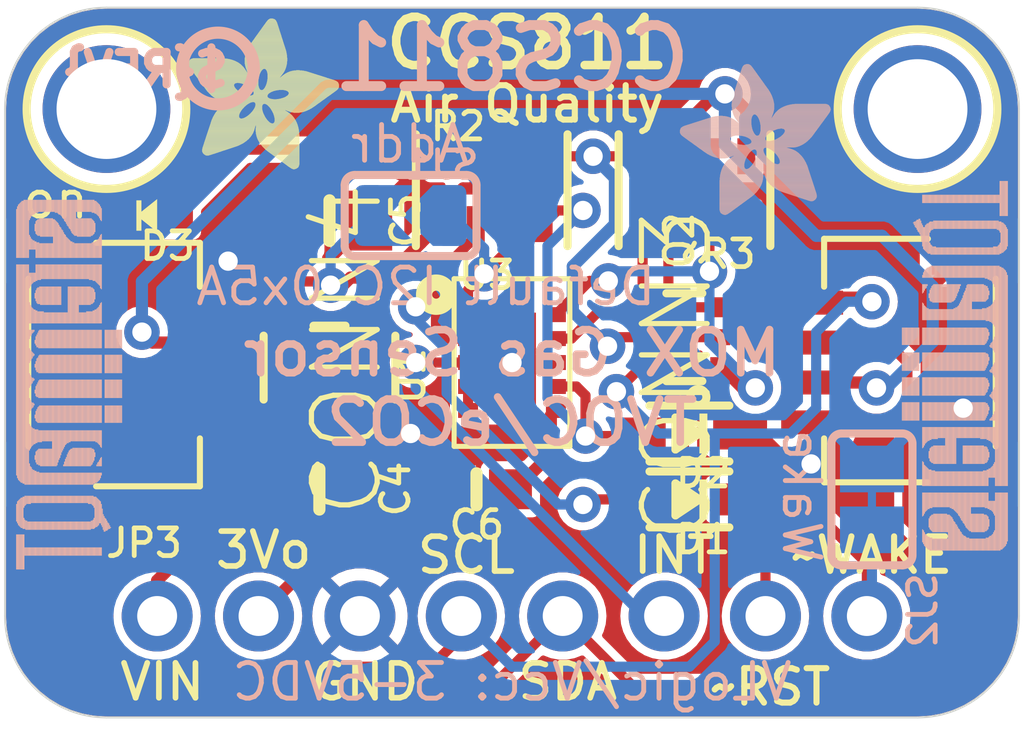
<source format=kicad_pcb>
(kicad_pcb (version 20221018) (generator pcbnew)
  (layers (0 "F.Cu" signal) (31 "B.Cu" signal) (34 "B.Paste" user) (35 "F.Paste" user) (36 "B.SilkS" user "B.Silkscreen") (37 "F.SilkS" user "F.Silkscreen") (38 "B.Mask" user) (39 "F.Mask" user) (44 "Edge.Cuts" user))
  (net 0 "")
  (net 1 "GND")
  (net 2 "SDA")
  (net 3 "SCL")
  (net 4 "3.3V")
  (net 5 "SCL_3V")
  (net 6 "SDA_3V")
  (net 7 "~{INT}")
  (net 8 "~{RST_3V}")
  (net 9 "~{WAKE_3V}")
  (net 10 "~{RESET}")
  (net 11 "~{WAKE}")
  (net 12 "ADDR")
  (net 13 "VCC")
  (net 14 "N$3")
  (net 15 "SENSE")
  (net 16 "AUX")
  (footprint "working:JST_SH4" (layer "F.Cu") (at 138.4681 105.0036 -90)
    (fp_text reference "CONN4" (at -4.6 -5.9 90) (layer "F.SilkS") (effects (font (size 1.647139 1.647139) (thickness 0.130861)) (justify right)))
    (fp_text value "STEMMA_I2C_QT" hide)
    (pad "1" smd rect (at -1.5 -2.514) (size 1.55 0.6) (layers "F.Cu" "F.Paste" "F.Mask") (net 1 "GND"))
    (pad "2" smd rect (at -0.5 -2.514) (size 1.55 0.6) (layers "F.Cu" "F.Paste" "F.Mask") (net 13 "VCC"))
    (pad "3" smd rect (at 0.5 -2.514) (size 1.55 0.6) (layers "F.Cu" "F.Paste" "F.Mask") (net 2 "SDA"))
    (pad "4" smd rect (at 1.5 -2.514) (size 1.55 0.6) (layers "F.Cu" "F.Paste" "F.Mask") (net 3 "SCL"))
    (pad "MT1" smd rect (at -2.8 1.386) (size 1.8 1.2) (layers "F.Cu" "F.Paste" "F.Mask") (net 1 "GND"))
    (pad "MT2" smd rect (at 2.8 1.386) (size 1.8 1.2) (layers "F.Cu" "F.Paste" "F.Mask") (net 1 "GND"))
  )
  (footprint "working:RESPACK_4X0603" (layer "F.Cu") (at 147.9931 100.6856)
    (fp_text reference "R2" (at -1.6 -1.6) (layer "F.SilkS") (effects (font (size 0.692831 0.692831) (thickness 0.119969)) (justify left)))
    (fp_text value "10K")
    (pad "1" smd rect (at -1.3 0.85) (size 0.45 0.9) (layers "F.Cu" "F.Paste" "F.Mask") (net 4 "3.3V"))
    (pad "2" smd rect (at -0.4 0.85) (size 0.45 0.9) (layers "F.Cu" "F.Paste" "F.Mask") (net 8 "~{RST_3V}"))
    (pad "3" smd rect (at 0.4 0.85) (size 0.45 0.9) (layers "F.Cu" "F.Paste" "F.Mask") (net 12 "ADDR"))
    (pad "4" smd rect (at 1.3 0.85) (size 0.45 0.9) (layers "F.Cu" "F.Paste" "F.Mask") (net 9 "~{WAKE_3V}"))
    (pad "5" smd rect (at 1.3 -0.85) (size 0.45 0.9) (layers "F.Cu" "F.Paste" "F.Mask") (net 4 "3.3V"))
    (pad "6" smd rect (at 0.4 -0.85) (size 0.45 0.9) (layers "F.Cu" "F.Paste" "F.Mask") (net 1 "GND"))
    (pad "7" smd rect (at -0.4 -0.85) (size 0.45 0.9) (layers "F.Cu" "F.Paste" "F.Mask") (net 4 "3.3V"))
    (pad "8" smd rect (at -1.3 -0.85) (size 0.45 0.9) (layers "F.Cu" "F.Paste" "F.Mask") (net 14 "N$3"))
  )
  (footprint "working:SOT363" (layer "F.Cu") (at 152.8191 104.3686 90)
    (fp_text reference "Q2" (at 1.651 -0.127 90) (layer "F.SilkS") (effects (font (size 0.692831 0.692831) (thickness 0.119969)) (justify left)))
    (fp_text value "BSS138")
    (pad "1" smd rect (at -0.75 0.9 90) (size 0.5 0.5) (layers "F.Cu" "F.Paste" "F.Mask") (net 5 "SCL_3V"))
    (pad "2" smd rect (at 0 0.9 90) (size 0.4 0.5) (layers "F.Cu" "F.Paste" "F.Mask") (net 4 "3.3V"))
    (pad "3" smd rect (at 0.75 0.9 90) (size 0.5 0.5) (layers "F.Cu" "F.Paste" "F.Mask") (net 2 "SDA"))
    (pad "4" smd rect (at 0.75 -0.9 90) (size 0.5 0.5) (layers "F.Cu" "F.Paste" "F.Mask") (net 6 "SDA_3V"))
    (pad "5" smd rect (at 0 -0.9 90) (size 0.4 0.5) (layers "F.Cu" "F.Paste" "F.Mask") (net 4 "3.3V"))
    (pad "6" smd rect (at -0.75 -0.9 90) (size 0.5 0.5) (layers "F.Cu" "F.Paste" "F.Mask") (net 3 "SCL"))
  )
  (footprint "working:SOD-323" (layer "F.Cu") (at 152.9461 108.4326 180)
    (fp_text reference "D1" (at -1.1 -1) (layer "F.SilkS") (effects (font (size 0.692831 0.692831) (thickness 0.119969)) (justify right)))
    (fp_text value "1N4148")
    (pad "A" smd rect (at 1.27 0 180) (size 1.35 0.8) (layers "F.Cu" "F.Paste" "F.Mask") (net 8 "~{RST_3V}"))
    (pad "C" smd rect (at -1.27 0 180) (size 1.35 0.8) (layers "F.Cu" "F.Paste" "F.Mask") (net 10 "~{RESET}"))
  )
  (footprint "working:1X08_ROUND_70" (layer "F.Cu") (at 148.5011 111.3536)
    (fp_text reference "JP3" (at -10.2362 -1.8288) (layer "F.SilkS") (effects (font (size 0.692831 0.692831) (thickness 0.119969)) (justify left)))
    (fp_text value "")
    (pad "1" thru_hole circle (at -8.89 0 90) (size 1.778 1.778) (drill 1) (layers "*.Cu" "*.Mask") (net 13 "VCC"))
    (pad "2" thru_hole circle (at -6.35 0 90) (size 1.778 1.778) (drill 1) (layers "*.Cu" "*.Mask") (net 4 "3.3V"))
    (pad "3" thru_hole circle (at -3.81 0 90) (size 1.778 1.778) (drill 1) (layers "*.Cu" "*.Mask") (net 1 "GND"))
    (pad "4" thru_hole circle (at -1.27 0 90) (size 1.778 1.778) (drill 1) (layers "*.Cu" "*.Mask") (net 3 "SCL"))
    (pad "5" thru_hole circle (at 1.27 0 90) (size 1.778 1.778) (drill 1) (layers "*.Cu" "*.Mask") (net 2 "SDA"))
    (pad "6" thru_hole circle (at 3.81 0 90) (size 1.778 1.778) (drill 1) (layers "*.Cu" "*.Mask") (net 7 "~{INT}"))
    (pad "7" thru_hole circle (at 6.35 0 90) (size 1.778 1.778) (drill 1) (layers "*.Cu" "*.Mask") (net 10 "~{RESET}"))
    (pad "8" thru_hole circle (at 8.89 0 90) (size 1.778 1.778) (drill 1) (layers "*.Cu" "*.Mask") (net 11 "~{WAKE}"))
  )
  (footprint "working:SOD-323" (layer "F.Cu") (at 152.9461 106.7816 180)
    (fp_text reference "D2" (at -1.1 -1) (layer "F.SilkS") (effects (font (size 0.692831 0.692831) (thickness 0.119969)) (justify right)))
    (fp_text value "1N4148")
    (pad "A" smd rect (at 1.27 0 180) (size 1.35 0.8) (layers "F.Cu" "F.Paste" "F.Mask") (net 9 "~{WAKE_3V}"))
    (pad "C" smd rect (at -1.27 0 180) (size 1.35 0.8) (layers "F.Cu" "F.Paste" "F.Mask") (net 11 "~{WAKE}"))
  )
  (footprint "working:FIDUCIAL_1MM" (layer "F.Cu") (at 136.9441 109.5756)
    (fp_text reference "FID3" hide)
    (fp_text value "FIDUCIAL_1MM" hide)
    (pad "1" smd roundrect (at 0 0) (size 1 1) (layers "F.Cu" "F.Mask") (roundrect_rratio 0.5))
  )
  (footprint "working:MOUNTINGHOLE_2.5_PLATED" (layer "F.Cu") (at 158.6611 98.6536)
    (fp_text reference "U$40" hide)
    (fp_text value "MOUNTINGHOLE2.5" hide)
    (pad "P$1" thru_hole circle (at 0 0) (size 3.2 3.2) (drill 2.5) (layers "*.Cu" "*.Mask"))
    (zone (net 0) (net_name "") (layer "F.Cu") (connect_pads (clearance 0)) (min_thickness 0.25)
      (keepout (tracks not_allowed) (vias not_allowed) (pads not_allowed) (copperpour not_allowed) (footprints allowed))
      (fill (thermal_gap 0.5) (thermal_bridge_width 0.5))
      (polygon (pts (xy 160.6771 98.6536) (xy 160.65748 98.373027) (xy 160.599004 98.097915) (xy 160.502808 97.833619) (xy 160.370765 97.585283) (xy 160.205446 97.35774) (xy 160.010067 97.15542) (xy 159.788433 96.98226) (xy 159.544856 96.841631) (xy 159.284078 96.73627) (xy 159.011175 96.668228) (xy 158.731457 96.638828) (xy 158.450371 96.648644) (xy 158.173385 96.697484) (xy 157.905893 96.784397) (xy 157.6531 96.907693) (xy 157.419926 97.06497) (xy 157.210911 97.253169) (xy 157.030122 97.468625) (xy 156.881078 97.707145) (xy 156.76668 97.964087) (xy 156.689154 98.23445) (xy 156.650011 98.512971) (xy 156.650011 98.794229) (xy 156.689154 99.07275) (xy 156.76668 99.343113) (xy 156.881078 99.600055) (xy 157.030122 99.838575) (xy 157.210911 100.054031) (xy 157.419926 100.24223) (xy 157.6531 100.399507) (xy 157.905893 100.522803) (xy 158.173385 100.609716) (xy 158.450371 100.658556) (xy 158.731457 100.668372) (xy 159.011175 100.638972) (xy 159.284078 100.57093) (xy 159.544856 100.465569) (xy 159.788433 100.32494) (xy 160.010067 100.15178) (xy 160.205446 99.94946) (xy 160.370765 99.721917) (xy 160.502808 99.473581) (xy 160.599004 99.209285) (xy 160.65748 98.934173)))
      (polygon (pts (xy 158.6451 98.6536) (xy 158.649786 98.664914) (xy 158.6611 98.6696) (xy 158.672414 98.664914) (xy 158.6771 98.6536) (xy 158.672414 98.642286) (xy 158.6611 98.6376) (xy 158.649786 98.642286)))
    )
    (zone (net 0) (net_name "") (layer "B.Cu") (connect_pads (clearance 0)) (min_thickness 0.25)
      (keepout (tracks not_allowed) (vias not_allowed) (pads not_allowed) (copperpour not_allowed) (footprints allowed))
      (fill (thermal_gap 0.5) (thermal_bridge_width 0.5))
      (polygon (pts (xy 160.6771 98.6536) (xy 160.65748 98.373027) (xy 160.599004 98.097915) (xy 160.502808 97.833619) (xy 160.370765 97.585283) (xy 160.205446 97.35774) (xy 160.010067 97.15542) (xy 159.788433 96.98226) (xy 159.544856 96.841631) (xy 159.284078 96.73627) (xy 159.011175 96.668228) (xy 158.731457 96.638828) (xy 158.450371 96.648644) (xy 158.173385 96.697484) (xy 157.905893 96.784397) (xy 157.6531 96.907693) (xy 157.419926 97.06497) (xy 157.210911 97.253169) (xy 157.030122 97.468625) (xy 156.881078 97.707145) (xy 156.76668 97.964087) (xy 156.689154 98.23445) (xy 156.650011 98.512971) (xy 156.650011 98.794229) (xy 156.689154 99.07275) (xy 156.76668 99.343113) (xy 156.881078 99.600055) (xy 157.030122 99.838575) (xy 157.210911 100.054031) (xy 157.419926 100.24223) (xy 157.6531 100.399507) (xy 157.905893 100.522803) (xy 158.173385 100.609716) (xy 158.450371 100.658556) (xy 158.731457 100.668372) (xy 159.011175 100.638972) (xy 159.284078 100.57093) (xy 159.544856 100.465569) (xy 159.788433 100.32494) (xy 160.010067 100.15178) (xy 160.205446 99.94946) (xy 160.370765 99.721917) (xy 160.502808 99.473581) (xy 160.599004 99.209285) (xy 160.65748 98.934173)))
      (polygon (pts (xy 158.6451 98.6536) (xy 158.649786 98.664914) (xy 158.6611 98.6696) (xy 158.672414 98.664914) (xy 158.6771 98.6536) (xy 158.672414 98.642286) (xy 158.6611 98.6376) (xy 158.649786 98.642286)))
    )
  )
  (footprint "working:JST_SH4" (layer "F.Cu") (at 158.5341 105.0036 90)
    (fp_text reference "CONN3" (at -4.6 -5.9 90) (layer "F.SilkS") (effects (font (size 1.647139 1.647139) (thickness 0.130861)) (justify left)))
    (fp_text value "STEMMA_I2C_QT" hide)
    (pad "1" smd rect (at -1.5 -2.514 180) (size 1.55 0.6) (layers "F.Cu" "F.Paste" "F.Mask") (net 1 "GND"))
    (pad "2" smd rect (at -0.5 -2.514 180) (size 1.55 0.6) (layers "F.Cu" "F.Paste" "F.Mask") (net 13 "VCC"))
    (pad "3" smd rect (at 0.5 -2.514 180) (size 1.55 0.6) (layers "F.Cu" "F.Paste" "F.Mask") (net 2 "SDA"))
    (pad "4" smd rect (at 1.5 -2.514 180) (size 1.55 0.6) (layers "F.Cu" "F.Paste" "F.Mask") (net 3 "SCL"))
    (pad "MT1" smd rect (at -2.8 1.386 180) (size 1.8 1.2) (layers "F.Cu" "F.Paste" "F.Mask") (net 1 "GND"))
    (pad "MT2" smd rect (at 2.8 1.386 180) (size 1.8 1.2) (layers "F.Cu" "F.Paste" "F.Mask") (net 1 "GND"))
  )
  (footprint "working:CHIPLED_0603_NOOUTLINE" (layer "F.Cu") (at 139.3571 101.3206 90)
    (fp_text reference "D3" (at -0.762 1.27) (layer "F.SilkS") (effects (font (size 0.692831 0.692831) (thickness 0.119969)) (justify right)))
    (fp_text value "GREEN")
    (pad "A" smd rect (at 0 0.75 90) (size 0.8 0.8) (layers "F.Cu" "F.Paste" "F.Mask") (net 14 "N$3"))
    (pad "C" smd rect (at 0 -0.75 90) (size 0.8 0.8) (layers "F.Cu" "F.Paste" "F.Mask") (net 1 "GND"))
  )
  (footprint "working:ADAFRUIT_3.5MM" (layer "F.Cu") (at 140.3731 100.1776)
    (fp_text reference "U$45" hide)
    (fp_text value "" hide)
  )
  (footprint "working:0603-NO" (layer "F.Cu") (at 147.6121 108.1786 180)
    (fp_text reference "C6" (at -0.762 -0.889) (layer "F.SilkS") (effects (font (size 0.692831 0.692831) (thickness 0.119969)) (justify right)))
    (fp_text value "0.1uF")
    (pad "1" smd rect (at -0.85 0 180) (size 1.075 1) (layers "F.Cu" "F.Paste" "F.Mask") (net 4 "3.3V"))
    (pad "2" smd rect (at 0.85 0 180) (size 1.075 1) (layers "F.Cu" "F.Paste" "F.Mask") (net 1 "GND"))
  )
  (footprint "working:0805-NO" (layer "F.Cu") (at 143.6751 108.1786)
    (fp_text reference "C4" (at 1.905 -0.762 90) (layer "F.SilkS") (effects (font (size 0.692831 0.692831) (thickness 0.119969)) (justify right)))
    (fp_text value "10uF")
    (pad "1" smd rect (at -0.95 0) (size 1.24 1.5) (layers "F.Cu" "F.Paste" "F.Mask") (net 13 "VCC"))
    (pad "2" smd rect (at 0.95 0) (size 1.24 1.5) (layers "F.Cu" "F.Paste" "F.Mask") (net 1 "GND"))
  )
  (footprint "working:CCS811" (layer "F.Cu") (at 148.5011 105.0036)
    (fp_text reference "U3" (at -1.4 -2.19) (layer "F.SilkS") (effects (font (size 0.692831 0.692831) (thickness 0.119969)) (justify left)))
    (fp_text value "CCS811")
    (pad "1" smd rect (at -1.1 -1.2) (size 0.5 0.375) (layers "F.Cu" "F.Paste" "F.Mask") (net 12 "ADDR"))
    (pad "2" smd rect (at -1.1 -0.6) (size 0.5 0.375) (layers "F.Cu" "F.Paste" "F.Mask") (net 8 "~{RST_3V}"))
    (pad "3" smd rect (at -1.1 0) (size 0.5 0.375) (layers "F.Cu" "F.Paste" "F.Mask") (net 7 "~{INT}"))
    (pad "4" smd rect (at -1.1 0.6) (size 0.5 0.375) (layers "F.Cu" "F.Paste" "F.Mask") (net 15 "SENSE"))
    (pad "5" smd rect (at -1.1 1.2) (size 0.5 0.375) (layers "F.Cu" "F.Paste" "F.Mask") (net 15 "SENSE"))
    (pad "6" smd rect (at 1.1 1.2) (size 0.5 0.375) (layers "F.Cu" "F.Paste" "F.Mask") (net 4 "3.3V"))
    (pad "7" smd rect (at 1.1 0.6) (size 0.5 0.375) (layers "F.Cu" "F.Paste" "F.Mask") (net 9 "~{WAKE_3V}"))
    (pad "8" smd rect (at 1.1 0) (size 0.5 0.375) (layers "F.Cu" "F.Paste" "F.Mask") (net 16 "AUX"))
    (pad "9" smd rect (at 1.1 -0.6) (size 0.5 0.375) (layers "F.Cu" "F.Paste" "F.Mask") (net 6 "SDA_3V"))
    (pad "10" smd rect (at 1.1 -1.2) (size 0.5 0.375) (layers "F.Cu" "F.Paste" "F.Mask") (net 5 "SCL_3V"))
    (pad "THERMAL" smd rect (at 0 0) (size 1.2 2.5) (layers "F.Cu" "F.Mask") (net 1 "GND"))
  )
  (footprint "working:FIDUCIAL_1MM" (layer "F.Cu") (at 155.9941 97.1296)
    (fp_text reference "FID4" hide)
    (fp_text value "FIDUCIAL_1MM" hide)
    (pad "1" smd roundrect (at 0 0) (size 1 1) (layers "F.Cu" "F.Mask") (roundrect_rratio 0.5))
  )
  (footprint "working:SOT23-5" (layer "F.Cu") (at 143.9291 105.1306)
    (fp_text reference "U1" (at 2.032 -0.562 90) (layer "F.SilkS") (effects (font (size 0.692831 0.692831) (thickness 0.119969)) (justify right)))
    (fp_text value "AP2112K-3.3")
    (pad "1" smd rect (at -0.95 1.3001) (size 0.55 1.2) (layers "F.Cu" "F.Paste" "F.Mask") (net 13 "VCC"))
    (pad "2" smd rect (at 0 1.3001) (size 0.55 1.2) (layers "F.Cu" "F.Paste" "F.Mask") (net 1 "GND"))
    (pad "3" smd rect (at 0.95 1.3001) (size 0.55 1.2) (layers "F.Cu" "F.Paste" "F.Mask") (net 13 "VCC"))
    (pad "4" smd rect (at 0.95 -1.3001) (size 0.55 1.2) (layers "F.Cu" "F.Paste" "F.Mask"))
    (pad "5" smd rect (at -0.95 -1.3001) (size 0.55 1.2) (layers "F.Cu" "F.Paste" "F.Mask") (net 4 "3.3V"))
  )
  (footprint "working:0805-NO" (layer "F.Cu") (at 143.9291 101.4476)
    (fp_text reference "C5" (at 1.905 -0.762 90) (layer "F.SilkS") (effects (font (size 0.692831 0.692831) (thickness 0.119969)) (justify right)))
    (fp_text value "10uF")
    (pad "1" smd rect (at -0.95 0) (size 1.24 1.5) (layers "F.Cu" "F.Paste" "F.Mask") (net 4 "3.3V"))
    (pad "2" smd rect (at 0.95 0) (size 1.24 1.5) (layers "F.Cu" "F.Paste" "F.Mask") (net 1 "GND"))
  )
  (footprint "working:RESPACK_4X0603" (layer "F.Cu") (at 153.0731 100.6856 180)
    (fp_text reference "R3" (at -1.6 -1.6) (layer "F.SilkS") (effects (font (size 0.692831 0.692831) (thickness 0.119969)) (justify right)))
    (fp_text value "10K")
    (pad "1" smd rect (at -1.3 0.85 180) (size 0.45 0.9) (layers "F.Cu" "F.Paste" "F.Mask") (net 13 "VCC"))
    (pad "2" smd rect (at -0.4 0.85 180) (size 0.45 0.9) (layers "F.Cu" "F.Paste" "F.Mask") (net 4 "3.3V"))
    (pad "3" smd rect (at 0.4 0.85 180) (size 0.45 0.9) (layers "F.Cu" "F.Paste" "F.Mask") (net 13 "VCC"))
    (pad "4" smd rect (at 1.3 0.85 180) (size 0.45 0.9) (layers "F.Cu" "F.Paste" "F.Mask") (net 4 "3.3V"))
    (pad "5" smd rect (at 1.3 -0.85 180) (size 0.45 0.9) (layers "F.Cu" "F.Paste" "F.Mask") (net 6 "SDA_3V"))
    (pad "6" smd rect (at 0.4 -0.85 180) (size 0.45 0.9) (layers "F.Cu" "F.Paste" "F.Mask") (net 2 "SDA"))
    (pad "7" smd rect (at -0.4 -0.85 180) (size 0.45 0.9) (layers "F.Cu" "F.Paste" "F.Mask") (net 5 "SCL_3V"))
    (pad "8" smd rect (at -1.3 -0.85 180) (size 0.45 0.9) (layers "F.Cu" "F.Paste" "F.Mask") (net 3 "SCL"))
  )
  (footprint "working:MOUNTINGHOLE_2.5_PLATED" (layer "F.Cu") (at 138.3411 98.6536)
    (fp_text reference "U$39" hide)
    (fp_text value "MOUNTINGHOLE2.5" hide)
    (pad "P$1" thru_hole circle (at 0 0) (size 3.2 3.2) (drill 2.5) (layers "*.Cu" "*.Mask"))
    (zone (net 0) (net_name "") (layer "F.Cu") (connect_pads (clearance 0)) (min_thickness 0.25)
      (keepout (tracks not_allowed) (vias not_allowed) (pads not_allowed) (copperpour not_allowed) (footprints allowed))
      (fill (thermal_gap 0.5) (thermal_bridge_width 0.5))
      (polygon (pts (xy 140.3571 98.6536) (xy 140.33748 98.373027) (xy 140.279004 98.097915) (xy 140.182808 97.833619) (xy 140.050765 97.585283) (xy 139.885446 97.35774) (xy 139.690067 97.15542) (xy 139.468433 96.98226) (xy 139.224856 96.841631) (xy 138.964078 96.73627) (xy 138.691175 96.668228) (xy 138.411457 96.638828) (xy 138.130371 96.648644) (xy 137.853385 96.697484) (xy 137.585893 96.784397) (xy 137.3331 96.907693) (xy 137.099926 97.06497) (xy 136.890911 97.253169) (xy 136.710122 97.468625) (xy 136.561078 97.707145) (xy 136.44668 97.964087) (xy 136.369154 98.23445) (xy 136.330011 98.512971) (xy 136.330011 98.794229) (xy 136.369154 99.07275) (xy 136.44668 99.343113) (xy 136.561078 99.600055) (xy 136.710122 99.838575) (xy 136.890911 100.054031) (xy 137.099926 100.24223) (xy 137.3331 100.399507) (xy 137.585893 100.522803) (xy 137.853385 100.609716) (xy 138.130371 100.658556) (xy 138.411457 100.668372) (xy 138.691175 100.638972) (xy 138.964078 100.57093) (xy 139.224856 100.465569) (xy 139.468433 100.32494) (xy 139.690067 100.15178) (xy 139.885446 99.94946) (xy 140.050765 99.721917) (xy 140.182808 99.473581) (xy 140.279004 99.209285) (xy 140.33748 98.934173)))
      (polygon (pts (xy 138.3251 98.6536) (xy 138.329786 98.664914) (xy 138.3411 98.6696) (xy 138.352414 98.664914) (xy 138.3571 98.6536) (xy 138.352414 98.642286) (xy 138.3411 98.6376) (xy 138.329786 98.642286)))
    )
    (zone (net 0) (net_name "") (layer "B.Cu") (connect_pads (clearance 0)) (min_thickness 0.25)
      (keepout (tracks not_allowed) (vias not_allowed) (pads not_allowed) (copperpour not_allowed) (footprints allowed))
      (fill (thermal_gap 0.5) (thermal_bridge_width 0.5))
      (polygon (pts (xy 140.3571 98.6536) (xy 140.33748 98.373027) (xy 140.279004 98.097915) (xy 140.182808 97.833619) (xy 140.050765 97.585283) (xy 139.885446 97.35774) (xy 139.690067 97.15542) (xy 139.468433 96.98226) (xy 139.224856 96.841631) (xy 138.964078 96.73627) (xy 138.691175 96.668228) (xy 138.411457 96.638828) (xy 138.130371 96.648644) (xy 137.853385 96.697484) (xy 137.585893 96.784397) (xy 137.3331 96.907693) (xy 137.099926 97.06497) (xy 136.890911 97.253169) (xy 136.710122 97.468625) (xy 136.561078 97.707145) (xy 136.44668 97.964087) (xy 136.369154 98.23445) (xy 136.330011 98.512971) (xy 136.330011 98.794229) (xy 136.369154 99.07275) (xy 136.44668 99.343113) (xy 136.561078 99.600055) (xy 136.710122 99.838575) (xy 136.890911 100.054031) (xy 137.099926 100.24223) (xy 137.3331 100.399507) (xy 137.585893 100.522803) (xy 137.853385 100.609716) (xy 138.130371 100.658556) (xy 138.411457 100.668372) (xy 138.691175 100.638972) (xy 138.964078 100.57093) (xy 139.224856 100.465569) (xy 139.468433 100.32494) (xy 139.690067 100.15178) (xy 139.885446 99.94946) (xy 140.050765 99.721917) (xy 140.182808 99.473581) (xy 140.279004 99.209285) (xy 140.33748 98.934173)))
      (polygon (pts (xy 138.3251 98.6536) (xy 138.329786 98.664914) (xy 138.3411 98.6696) (xy 138.352414 98.664914) (xy 138.3571 98.6536) (xy 138.352414 98.642286) (xy 138.3411 98.6376) (xy 138.329786 98.642286)))
    )
  )
  (footprint "working:STEMMAQT" (layer "B.Cu") (at 158.2801 109.7026 90)
    (fp_text reference "U$47" hide)
    (fp_text value "" hide)
  )
  (footprint "working:STEMMAQT" (layer "B.Cu") (at 138.7221 100.9396 -90)
    (fp_text reference "U$48" hide)
    (fp_text value "" hide)
  )
  (footprint "working:SOLDERJUMPER_ARROW_NOPASTE" (layer "B.Cu") (at 145.9611 101.3206 180)
    (fp_text reference "SJ1" (at -1.778 1.27) (layer "B.SilkS") (effects (font (size 0.692831 0.692831) (thickness 0.119969)) (justify left mirror)))
    (fp_text value "")
    (fp_poly (pts (xy 0.201021 0) (xy -0.560979 -0.762) (xy -1.1684 -0.762) (xy -1.1684 0.762) (xy -0.560979 0.762)) (fill solid) (layer "B.Cu"))
    (fp_poly (pts (xy 1.1684 -0.762) (xy -0.186831 -0.762) (xy 0.548892 0) (xy -0.186831 0.762) (xy 1.1684 0.762)) (fill solid) (layer "B.Cu"))
    (pad "1" smd roundrect (at -1.016 0 180) (size 0.762 1.524) (layers "B.Cu") (net 12 "ADDR"))
    (pad "2" smd roundrect (at 1.016 0 180) (size 0.762 1.524) (layers "B.Cu") (net 4 "3.3V"))
  )
  (footprint "working:SOLDERJUMPER_CLOSEDWIRE" (layer "B.Cu") (at 157.5181 108.4326 90)
    (fp_text reference "SJ2" (at -1.778 1.27 90) (layer "B.SilkS") (effects (font (size 0.692831 0.692831) (thickness 0.119969)) (justify left mirror)))
    (fp_text value "")
    (pad "1" smd rect (at -0.762 0 90) (size 1.1684 1.6002) (layers "B.Cu") (net 11 "~{WAKE}"))
    (pad "2" smd rect (at 0.762 0 90) (size 1.1684 1.6002) (layers "B.Cu") (net 1 "GND"))
    (pad "WIRE" smd rect (at 0 0 270) (size 0.635 0.2032) (layers "B.Cu"))
  )
  (footprint "working:PCBFEAT-REV-040" (layer "B.Cu") (at 141.1351 97.6376 180)
    (fp_text reference "U$46" hide)
    (fp_text value "" hide)
    (fp_text user "${REV}" (at -0.3556 -0.508) (layer "B.SilkS") (effects (font (size 0.8128 0.8128) (thickness 0.2032)) (justify left bottom mirror)))
  )
  (footprint "working:ADAFRUIT_3.5MM" (layer "B.Cu") (at 156.5021 101.3206 180)
    (fp_text reference "U$1" hide)
    (fp_text value "" hide)
  )
  (gr_line (start 161.2011 111.3536) (end 161.2011 98.6536) (stroke (width 0.05)) (layer "Edge.Cuts"))
  (gr_arc (start 135.8011 98.6536) (mid 136.545049 96.857549) (end 138.3411 96.1136) (stroke (width 0.05)) (layer "Edge.Cuts"))
  (gr_arc (start 138.3411 113.8936) (mid 136.545049 113.149651) (end 135.8011 111.3536) (stroke (width 0.05)) (layer "Edge.Cuts"))
  (gr_arc (start 158.6611 96.1136) (mid 160.457151 96.857549) (end 161.2011 98.6536) (stroke (width 0.05)) (layer "Edge.Cuts"))
  (gr_line (start 135.8011 98.6536) (end 135.8011 111.3536) (stroke (width 0.05)) (layer "Edge.Cuts"))
  (gr_line (start 138.3411 113.8936) (end 158.6611 113.8936) (stroke (width 0.05)) (layer "Edge.Cuts"))
  (gr_arc (start 161.2011 111.3536) (mid 160.457151 113.149651) (end 158.6611 113.8936) (stroke (width 0.05)) (layer "Edge.Cuts"))
  (gr_line (start 158.6611 96.1136) (end 138.3411 96.1136) (stroke (width 0.05)) (layer "Edge.Cuts"))
  (gr_text "Wake" (at 155.2321 110.0836 -90) (layer "B.SilkS") (effects (font (size 0.89408 0.89408) (thickness 0.12192)) (justify left bottom mirror)))
  (gr_text "Addr" (at 147.4851 100.0506) (layer "B.SilkS") (effects (font (size 0.89408 0.89408) (thickness 0.12192)) (justify left bottom mirror)))
  (gr_text "Default I2C 0x5A" (at 146.3421 103.0986) (layer "B.SilkS") (effects (font (size 0.89408 0.89408) (thickness 0.12192)) (justify mirror)))
  (gr_text "CCS811" (at 148.5011 97.3836) (layer "B.SilkS") (effects (font (size 1.52908 1.52908) (thickness 0.24892)) (justify mirror)))
  (gr_text "MOX Gas Sensor\nTVOC/eCO2" (at 148.5011 105.6386) (layer "B.SilkS") (effects (font (size 1.0795 1.0795) (thickness 0.1905)) (justify mirror)))
  (gr_text "VLogic/Vcc: 3-5VDC" (at 148.5011 113.0046) (layer "B.SilkS") (effects (font (size 0.89408 0.89408) (thickness 0.12192)) (justify mirror)))
  (gr_text "SDA" (at 149.8981 113.0046) (layer "F.SilkS") (effects (font (size 0.87376 0.87376) (thickness 0.14224))))
  (gr_text "~RST" (at 154.9781 113.1316) (layer "F.SilkS") (effects (font (size 0.8636 0.8636) (thickness 0.1524))))
  (gr_text "GND" (at 144.8181 113.0046) (layer "F.SilkS") (effects (font (size 0.87376 0.87376) (thickness 0.14224))))
  (gr_text "on" (at 136.1821 101.4476) (layer "F.SilkS") (effects (font (size 0.89408 0.89408) (thickness 0.12192)) (justify left bottom)))
  (gr_text "VIN" (at 139.7381 113.0046) (layer "F.SilkS") (effects (font (size 0.87376 0.87376) (thickness 0.14224))))
  (gr_text "Air Quality" (at 148.8821 98.5266) (layer "F.SilkS") (effects (font (size 0.8636 0.8636) (thickness 0.1524))))
  (gr_text "SCL" (at 147.3581 109.8296) (layer "F.SilkS") (effects (font (size 0.87376 0.87376) (thickness 0.14224))))
  (gr_text "3Vo" (at 142.2781 109.7026) (layer "F.SilkS") (effects (font (size 0.87376 0.87376) (thickness 0.14224))))
  (gr_text "CCS811" (at 148.8821 97.0026) (layer "F.SilkS") (effects (font (size 1.20904 1.20904) (thickness 0.21336))))
  (gr_text "INT" (at 152.5651 109.8296) (layer "F.SilkS") (effects (font (size 0.87376 0.87376) (thickness 0.14224))))
  (gr_text "~WAKE" (at 157.5181 109.8296) (layer "F.SilkS") (effects (font (size 0.8636 0.8636) (thickness 0.1524))))
  (segment (start 143.9291 107.4826) (end 144.6251 108.1786) (width 0.254) (layer "F.Cu") (net 1))
  (segment (start 143.9291 106.4307) (end 143.9291 107.4826) (width 0.254) (layer "F.Cu") (net 1))
  (via (at 155.9941 107.5436) (size 0.889) (drill 0.4826) (layers "F.Cu" "B.Cu") (net 1))
  (via (at 148.5011 105.0036) (size 0.889) (drill 0.4826) (layers "F.Cu" "B.Cu") (net 1))
  (via (at 141.3891 102.4636) (size 0.889) (drill 0.4826) (layers "F.Cu" "B.Cu") (net 1))
  (via (at 159.8041 106.1466) (size 0.889) (drill 0.4826) (layers "F.Cu" "B.Cu") (net 1))
  (via (at 145.9611 106.7816) (size 0.889) (drill 0.4826) (layers "F.Cu" "B.Cu") (net 1))
  (segment (start 154.9861 104.5036) (end 156.0201 104.5036) (width 0.254) (layer "F.Cu") (net 2))
  (segment (start 151.5491 113.1316) (end 158.0261 113.1316) (width 0.254) (layer "F.Cu") (net 2))
  (segment (start 138.659718 113.0808) (end 148.0439 113.0808) (width 0.254) (layer "F.Cu") (net 2))
  (segment (start 152.4191 103.0796) (end 152.9581 103.6186) (width 0.254) (layer "F.Cu") (net 2))
  (segment (start 139.8731 105.5036) (end 139.4841 105.8926) (width 0.254) (layer "F.Cu") (net 2))
  (segment (start 139.4841 105.8926) (end 139.4841 108.675019) (width 0.254) (layer "F.Cu") (net 2))
  (segment (start 137.9347 110.224419) (end 137.9347 112.355782) (width 0.254) (layer "F.Cu") (net 2))
  (segment (start 154.1011 103.6186) (end 154.9861 104.5036) (width 0.254) (layer "F.Cu") (net 2))
  (segment (start 139.4841 108.675019) (end 137.9347 110.224419) (width 0.254) (layer "F.Cu") (net 2))
  (segment (start 156.0201 104.5036) (end 157.9071 104.5036) (width 0.254) (layer "F.Cu") (net 2))
  (segment (start 158.4071 108.9406) (end 159.1691 109.7026) (width 0.254) (layer "F.Cu") (net 2))
  (segment (start 157.9071 104.5036) (end 158.4071 105.0036) (width 0.254) (layer "F.Cu") (net 2))
  (segment (start 153.7191 103.6186) (end 154.1011 103.6186) (width 0.254) (layer "F.Cu") (net 2))
  (segment (start 152.9581 103.6186) (end 153.7191 103.6186) (width 0.254) (layer "F.Cu") (net 2))
  (segment (start 148.0439 113.0808) (end 149.7711 111.3536) (width 0.254) (layer "F.Cu") (net 2))
  (segment (start 158.0261 113.1316) (end 159.1691 111.9886) (width 0.254) (layer "F.Cu") (net 2))
  (segment (start 137.9347 112.355782) (end 138.659718 113.0808) (width 0.254) (layer "F.Cu") (net 2))
  (segment (start 140.9821 105.5036) (end 139.8731 105.5036) (width 0.254) (layer "F.Cu") (net 2))
  (segment (start 159.1691 111.9886) (end 159.1691 109.7026) (width 0.254) (layer "F.Cu") (net 2))
  (segment (start 152.4191 101.7896) (end 152.4191 103.0796) (width 0.254) (layer "F.Cu") (net 2))
  (segment (start 149.7711 111.3536) (end 151.5491 113.1316) (width 0.254) (layer "F.Cu") (net 2))
  (segment (start 158.4071 105.0036) (end 158.4071 108.9406) (width 0.254) (layer "F.Cu") (net 2))
  (segment (start 152.6731 101.5356) (end 152.4191 101.7896) (width 0.254) (layer "F.Cu") (net 2))
  (segment (start 154.3731 102.6206) (end 155.2561 103.5036) (width 0.254) (layer "F.Cu") (net 3))
  (segment (start 140.9821 106.5036) (end 140.9821 107.8236) (width 0.254) (layer "F.Cu") (net 3))
  (segment (start 157.5181 103.3526) (end 156.1711 103.3526) (width 0.254) (layer "F.Cu") (net 3))
  (segment (start 138.3919 110.4138) (end 138.3919 112.1664) (width 0.254) (layer "F.Cu") (net 3))
  (segment (start 151.9191 105.1186) (end 151.7326 105.1186) (width 0.254) (layer "F.Cu") (net 3))
  (segment (start 147.2311 111.8616) (end 147.2311 111.3536) (width 0.254) (layer "F.Cu") (net 3))
  (segment (start 155.2561 103.5036) (end 156.0201 103.5036) (width 0.254) (layer "F.Cu") (net 3))
  (segment (start 138.8491 112.6236) (end 146.4691 112.6236) (width 0.254) (layer "F.Cu") (net 3))
  (segment (start 154.3731 101.5356) (end 154.3731 102.6206) (width 0.254) (layer "F.Cu") (net 3))
  (segment (start 157.5181 103.4796) (end 157.5181 103.3526) (width 0.254) (layer "F.Cu") (net 3))
  (segment (start 156.0201 103.5036) (end 156.1711 103.3526) (width 0.254) (layer "F.Cu") (net 3))
  (segment (start 138.3919 112.1664) (end 138.8491 112.6236) (width 0.254) (layer "F.Cu") (net 3))
  (segment (start 146.4691 112.6236) (end 147.2311 111.8616) (width 0.254) (layer "F.Cu") (net 3))
  (segment (start 151.7326 105.1186) (end 151.1173 105.7339) (width 0.254) (layer "F.Cu") (net 3))
  (segment (start 140.9821 107.8236) (end 138.3919 110.4138) (width 0.254) (layer "F.Cu") (net 3))
  (via (at 151.1173 105.7339) (size 0.889) (drill 0.4826) (layers "F.Cu" "B.Cu") (net 3))
  (via (at 157.5181 103.4796) (size 0.889) (drill 0.4826) (layers "F.Cu" "B.Cu") (net 3))
  (segment (start 147.2311 111.3536) (end 148.5011 112.6236) (width 0.254) (layer "B.Cu") (net 3))
  (segment (start 156.1211 104.2416) (end 156.1211 106.1466) (width 0.254) (layer "B.Cu") (net 3))
  (segment (start 156.8831 103.4796) (end 156.1211 104.2416) (width 0.254) (layer "B.Cu") (net 3))
  (segment (start 148.5011 112.6236) (end 152.9461 112.6236) (width 0.254) (layer "B.Cu") (net 3))
  (segment (start 152.9461 112.6236) (end 153.5811 111.9886) (width 0.254) (layer "B.Cu") (net 3))
  (segment (start 151.1173 105.7339) (end 152.165 106.7816) (width 0.254) (layer "B.Cu") (net 3))
  (segment (start 153.5811 106.7816) (end 155.4861 106.7816) (width 0.254) (layer "B.Cu") (net 3))
  (segment (start 153.5811 111.9886) (end 153.5811 106.7816) (width 0.254) (layer "B.Cu") (net 3))
  (segment (start 156.8831 103.4796) (end 157.5181 103.4796) (width 0.254) (layer "B.Cu") (net 3))
  (segment (start 155.4861 106.7816) (end 156.1211 106.1466) (width 0.254) (layer "B.Cu") (net 3))
  (segment (start 152.165 106.7816) (end 153.5811 106.7816) (width 0.254) (layer "B.Cu") (net 3))
  (segment (start 153.2001 100.6856) (end 153.4731 100.4126) (width 0.3048) (layer "F.Cu") (net 4))
  (segment (start 147.573393 100.6412) (end 147.2755 100.6412) (width 0.3048) (layer "F.Cu") (net 4))
  (segment (start 152.8083 107.6388) (end 149.848325 107.6388) (width 0.254) (layer "F.Cu") (net 4))
  (segment (start 146.6931 101.5356) (end 146.2151 102.0136) (width 0.3048) (layer "F.Cu") (net 4))
  (segment (start 149.2931 100.73) (end 149.2931 99.8356) (width 0.3048) (layer "F.Cu") (net 4))
  (segment (start 149.6011 106.2036) (end 149.4741 106.3306) (width 0.3048) (layer "F.Cu") (net 4))
  (segment (start 149.4741 107.2936) (end 148.4621 108.3056) (width 0.3048) (layer "F.Cu") (net 4))
  (segment (start 149.488612 107.279088) (end 149.4741 107.2936) (width 0.3048) (layer "F.Cu") (net 4))
  (segment (start 146.2151 102.0136) (end 145.3538 102.8749) (width 0.3048) (layer "F.Cu") (net 4))
  (segment (start 144.456806 102.8749) (end 144.266818 103.064888) (width 0.3048) (layer "F.Cu") (net 4))
  (segment (start 147.728606 100.73) (end 147.5931 100.594494) (width 0.3048) (layer "F.Cu") (net 4))
  (segment (start 143.9564 103.064888) (end 143.863112 102.9716) (width 0.254) (layer "F.Cu") (net 4))
  (segment (start 152.0571 100.6856) (end 153.2001 100.6856) (width 0.3048) (layer "F.Cu") (net 4))
  (segment (start 142.1511 111.3536) (end 143.9291 109.5756) (width 0.3048) (layer "F.Cu") (net 4))
  (segment (start 145.3538 102.8749) (end 144.456806 102.8749) (width 0.3048) (layer "F.Cu") (net 4))
  (segment (start 151.9191 104.3686) (end 152.517075 104.3686) (width 0.254) (layer "F.Cu") (net 4))
  (segment (start 149.848325 107.6388) (end 149.488612 107.279088) (width 0.254) (layer "F.Cu") (net 4))
  (segment (start 148.4621 108.3056) (end 148.4621 108.1786) (width 0.3048) (layer "F.Cu") (net 4))
  (segment (start 147.8661 109.5756) (end 148.4621 108.9796) (width 0.3048) (layer "F.Cu") (net 4))
  (segment (start 147.728606 100.73) (end 149.2931 100.73) (width 0.3048) (layer "F.Cu") (net 4))
  (segment (start 142.9791 102.9716) (end 142.9791 101.4476) (width 0.3048) (layer "F.Cu") (net 4))
  (segment (start 151.120693 104.3686) (end 150.8944 104.594894) (width 0.254) (layer "F.Cu") (net 4))
  (segment (start 143.863112 102.9716) (end 142.9791 102.9716) (width 0.254) (layer "F.Cu") (net 4))
  (segment (start 150.5331 99.8356) (end 151.7731 99.8356) (width 0.254) (layer "F.Cu") (net 4))
  (segment (start 152.8083 104.659825) (end 152.517075 104.3686) (width 0.254) (layer "F.Cu") (net 4))
  (segment (start 147.5931 99.8356) (end 147.5931 100.594494) (width 0.3048) (layer "F.Cu") (net 4))
  (segment (start 148.4621 108.9796) (end 148.4621 108.3056) (width 0.3048) (layer "F.Cu") (net 4))
  (segment (start 147.5931 99.8356) (end 147.5931 100.621494) (width 0.3048) (layer "F.Cu") (net 4))
  (segment (start 152.8083 104.659825) (end 152.8083 107.6388) (width 0.254) (layer "F.Cu") (net 4))
  (segment (start 147.5931 100.621494) (end 147.573393 100.6412) (width 0.3048) (layer "F.Cu") (net 4))
  (segment (start 147.2755 100.6412) (end 146.6931 101.2236) (width 0.3048) (layer "F.Cu") (net 4))
  (segment (start 151.7731 99.8356) (end 151.7731 100.4016) (width 0.3048) (layer "F.Cu") (net 4))
  (segment (start 143.9291 109.5756) (end 147.8661 109.5756) (width 0.3048) (layer "F.Cu") (net 4))
  (segment (start 142.9791 103.8305) (end 142.9791 102.9716) (width 0.3048) (layer "F.Cu") (net 4))
  (segment (start 153.7191 104.3686) (end 151.9191 104.3686) (width 0.254) (layer "F.Cu") (net 4))
  (segment (start 149.4741 106.3306) (end 149.4741 107.2936) (width 0.3048) (layer "F.Cu") (net 4))
  (segment (start 146.6931 101.2236) (end 146.6931 101.5356) (width 0.3048) (layer "F.Cu") (net 4))
  (segment (start 151.7731 100.4016) (end 152.0571 100.6856) (width 0.3048) (layer "F.Cu") (net 4))
  (segment (start 149.2931 99.8356) (end 150.5331 99.8356) (width 0.254) (layer "F.Cu") (net 4))
  (segment (start 144.266818 103.064888) (end 143.9564 103.064888) (width 0.3048) (layer "F.Cu") (net 4))
  (segment (start 153.4731 100.4126) (end 153.4731 99.8356) (width 0.3048) (layer "F.Cu") (net 4))
  (segment (start 151.9191 104.3686) (end 151.120693 104.3686) (width 0.254) (layer "F.Cu") (net 4))
  (via (at 150.5331 99.8356) (size 0.889) (drill 0.4826) (layers "F.Cu" "B.Cu") (net 4))
  (via (at 143.9564 103.064888) (size 0.889) (drill 0.4826) (layers "F.Cu" "B.Cu") (net 4))
  (via (at 150.8944 104.594894) (size 0.889) (drill 0.4826) (layers "F.Cu" "B.Cu") (net 4))
  (segment (start 143.9564 102.3093) (end 143.9564 103.064888) (width 0.254) (layer "B.Cu") (net 4))
  (segment (start 144.9451 101.3206) (end 143.9564 102.3093) (width 0.254) (layer "B.Cu") (net 4))
  (segment (start 150.0251 103.725594) (end 150.0251 102.5906) (width 0.3048) (layer "B.Cu") (net 4))
  (segment (start 151.0792 101.5365) (end 151.0792 100.3817) (width 0.3048) (layer "B.Cu") (net 4))
  (segment (start 150.0251 102.5906) (end 151.0792 101.5365) (width 0.3048) (layer "B.Cu") (net 4))
  (segment (start 151.0792 100.3817) (end 150.5331 99.8356) (width 0.3048) (layer "B.Cu") (net 4))
  (segment (start 150.8944 104.594894) (end 150.0251 103.725594) (width 0.3048) (layer "B.Cu") (net 4))
  (segment (start 153.4478 102.7176) (end 153.4478 101.5609) (width 0.254) (layer "F.Cu") (net 5))
  (segment (start 153.4478 101.5609) (end 153.4731 101.5356) (width 0.254) (layer "F.Cu") (net 5))
  (segment (start 154.2391 105.6386) (end 154.5971 105.6386) (width 0.254) (layer "F.Cu") (net 5))
  (segment (start 153.7191 105.1186) (end 154.2391 105.6386) (width 0.254) (layer "F.Cu") (net 5))
  (segment (start 150.4458 102.9589) (end 150.9141 102.9589) (width 0.254) (layer "F.Cu") (net 5))
  (segment (start 149.6011 103.8036) (end 150.4458 102.9589) (width 0.254) (layer "F.Cu") (net 5))
  (via (at 153.4478 102.7176) (size 0.889) (drill 0.4826) (layers "F.Cu" "B.Cu") (net 5))
  (via (at 154.5971 105.6386) (size 0.889) (drill 0.4826) (layers "F.Cu" "B.Cu") (net 5))
  (via (at 150.9141 102.9589) (size 0.889) (drill 0.4826) (layers "F.Cu" "B.Cu") (net 5))
  (segment (start 150.9141 102.9589) (end 151.1554 102.7176) (width 0.254) (layer "B.Cu") (net 5))
  (segment (start 154.5971 105.6386) (end 153.4478 104.4893) (width 0.254) (layer "B.Cu") (net 5))
  (segment (start 153.4478 104.4893) (end 153.4478 102.7176) (width 0.254) (layer "B.Cu") (net 5))
  (segment (start 151.1554 102.7176) (end 153.4478 102.7176) (width 0.254) (layer "B.Cu") (net 5))
  (segment (start 151.7731 103.7266) (end 151.7801 103.7336) (width 0.254) (layer "F.Cu") (net 6))
  (segment (start 150.6601 103.7336) (end 151.7801 103.7336) (width 0.254) (layer "F.Cu") (net 6))
  (segment (start 149.6011 104.4036) (end 149.9901 104.4036) (width 0.254) (layer "F.Cu") (net 6))
  (segment (start 151.7801 103.7336) (end 152.0341 103.7336) (width 0.254) (layer "F.Cu") (net 6))
  (segment (start 151.7731 101.5356) (end 151.7731 103.7266) (width 0.254) (layer "F.Cu") (net 6))
  (segment (start 149.9901 104.4036) (end 150.6601 103.7336) (width 0.254) (layer "F.Cu") (net 6))
  (segment (start 152.0341 103.7336) (end 151.9191 103.6186) (width 0.254) (layer "F.Cu") (net 6))
  (segment (start 147.4011 105.0036) (end 146.0881 105.0036) (width 0.254) (layer "F.Cu") (net 7))
  (via (at 146.0881 105.0036) (size 0.889) (drill 0.4826) (layers "F.Cu" "B.Cu") (net 7))
  (segment (start 146.0881 105.6386) (end 151.8031 111.3536) (width 0.254) (layer "B.Cu") (net 7))
  (segment (start 151.8031 111.3536) (end 152.3111 111.3536) (width 0.254) (layer "B.Cu") (net 7))
  (segment (start 146.0881 105.0036) (end 146.0881 105.6386) (width 0.254) (layer "B.Cu") (net 7))
  (segment (start 150.2791 108.5596) (end 150.4061 108.4326) (width 0.254) (layer "F.Cu") (net 8))
  (segment (start 146.5961 102.9716) (end 146.0246 103.5431) (width 0.254) (layer "F.Cu") (net 8))
  (segment (start 151.6761 108.4326) (end 150.4061 108.4326) (width 0.254) (layer "F.Cu") (net 8))
  (segment (start 146.7581 104.4036) (end 146.5961 104.2416) (width 0.254) (layer "F.Cu") (net 8))
  (segment (start 146.5961 102.9716) (end 146.5961 102.8446) (width 0.254) (layer "F.Cu") (net 8))
  (segment (start 146.5961 104.2416) (end 146.5961 102.9716) (width 0.254) (layer "F.Cu") (net 8))
  (segment (start 147.5931 101.8476) (end 147.5931 101.5356) (width 0.254) (layer "F.Cu") (net 8))
  (segment (start 146.0246 103.5431) (end 146.0881 103.6066) (width 0.254) (layer "F.Cu") (net 8))
  (segment (start 147.4011 104.4036) (end 146.7581 104.4036) (width 0.254) (layer "F.Cu") (net 8))
  (segment (start 147.5931 101.8476) (end 146.5961 102.8446) (width 0.254) (layer "F.Cu") (net 8))
  (via (at 150.2791 108.5596) (size 0.889) (drill 0.4826) (layers "F.Cu" "B.Cu") (net 8))
  (via (at 146.0881 103.6066) (size 0.889) (drill 0.4826) (layers "F.Cu" "B.Cu") (net 8))
  (segment (start 146.0881 103.6066) (end 146.0881 103.908007) (width 0.254) (layer "B.Cu") (net 8))
  (segment (start 149.655681 108.5596) (end 150.2791 108.5596) (width 0.254) (layer "B.Cu") (net 8))
  (segment (start 146.8628 105.766719) (end 149.655681 108.5596) (width 0.254) (layer "B.Cu") (net 8))
  (segment (start 146.0881 103.908007) (end 146.8628 104.682707) (width 0.254) (layer "B.Cu") (net 8))
  (segment (start 146.8628 104.682707) (end 146.8628 105.766719) (width 0.254) (layer "B.Cu") (net 8))
  (segment (start 149.6351 101.1936) (end 150.2791 101.1936) (width 0.254) (layer "F.Cu") (net 9))
  (segment (start 150.3426 106.8451) (end 150.3426 105.8291) (width 0.254) (layer "F.Cu") (net 9))
  (segment (start 150.3426 106.8451) (end 151.6126 106.8451) (width 0.254) (layer "F.Cu") (net 9))
  (segment (start 149.6011 105.6036) (end 150.1171 105.6036) (width 0.254) (layer "F.Cu") (net 9))
  (segment (start 151.6761 106.7816) (end 151.6126 106.8451) (width 0.254) (layer "F.Cu") (net 9))
  (segment (start 149.2931 101.5356) (end 149.6351 101.1936) (width 0.254) (layer "F.Cu") (net 9))
  (segment (start 150.3426 105.8291) (end 150.1171 105.6036) (width 0.254) (layer "F.Cu") (net 9))
  (via (at 150.3426 106.8451) (size 0.889) (drill 0.4826) (layers "F.Cu" "B.Cu") (net 9))
  (via (at 150.2791 101.1936) (size 0.889) (drill 0.4826) (layers "F.Cu" "B.Cu") (net 9))
  (segment (start 150.2791 101.1936) (end 149.3901 102.0826) (width 0.254) (layer "B.Cu") (net 9))
  (segment (start 149.3901 102.0826) (end 149.3901 105.8926) (width 0.254) (layer "B.Cu") (net 9))
  (segment (start 149.3901 105.8926) (end 150.3426 106.8451) (width 0.254) (layer "B.Cu") (net 9))
  (segment (start 154.8511 109.0676) (end 154.8511 111.3536) (width 0.254) (layer "F.Cu") (net 10))
  (segment (start 154.2161 108.4326) (end 154.8511 109.0676) (width 0.254) (layer "F.Cu") (net 10))
  (segment (start 154.2161 106.7816) (end 154.7241 106.7816) (width 0.254) (layer "F.Cu") (net 11))
  (segment (start 157.3911 110.036194) (end 157.3911 111.3536) (width 0.254) (layer "F.Cu") (net 11))
  (segment (start 155.2194 107.864494) (end 157.3911 110.036194) (width 0.254) (layer "F.Cu") (net 11))
  (segment (start 155.2194 107.2769) (end 155.2194 107.864494) (width 0.254) (layer "F.Cu") (net 11))
  (segment (start 155.2194 107.2769) (end 154.7241 106.7816) (width 0.254) (layer "F.Cu") (net 11))
  (segment (start 157.5181 111.2266) (end 157.3911 111.3536) (width 0.254) (layer "B.Cu") (net 11))
  (segment (start 157.5181 109.1946) (end 157.5181 111.2266) (width 0.254) (layer "B.Cu") (net 11))
  (segment (start 147.4011 103.8036) (end 147.4011 103.1826) (width 0.254) (layer "F.Cu") (net 12))
  (segment (start 148.3931 102.1906) (end 147.8026 102.7811) (width 0.254) (layer "F.Cu") (net 12))
  (segment (start 147.4011 103.1826) (end 147.8026 102.7811) (width 0.254) (layer "F.Cu") (net 12))
  (segment (start 148.3931 101.5356) (end 148.3931 102.1906) (width 0.254) (layer "F.Cu") (net 12))
  (via (at 147.8026 102.7811) (size 0.889) (drill 0.4826) (layers "F.Cu" "B.Cu") (net 12))
  (segment (start 147.8026 102.1461) (end 147.8026 102.7811) (width 0.254) (layer "B.Cu") (net 12))
  (segment (start 146.9771 101.3206) (end 147.8026 102.1461) (width 0.254) (layer "B.Cu") (net 12))
  (segment (start 140.9821 104.5036) (end 142.0321 104.5036) (width 0.3048) (layer "F.Cu") (net 13))
  (segment (start 142.0321 104.5036) (end 142.9766 105.4481) (width 0.3048) (layer "F.Cu") (net 13))
  (segment (start 154.3731 98.6836) (end 153.9621 98.2726) (width 0.3048) (layer "F.Cu") (net 13))
  (segment (start 142.9791 106.4307) (end 142.9791 107.7316) (width 0.3048) (layer "F.Cu") (net 13))
  (segment (start 143.2941 105.1306) (end 142.9766 105.4481) (width 0.3048) (layer "F.Cu") (net 13))
  (segment (start 153.8351 98.2726) (end 153.6011 98.2726) (width 0.3048) (layer "F.Cu") (net 13))
  (segment (start 142.9791 107.7316) (end 142.5321 108.1786) (width 0.3048) (layer "F.Cu") (net 13))
  (segment (start 157.4974 105.5036) (end 157.6324 105.6386) (width 0.3048) (layer "F.Cu") (net 13))
  (segment (start 139.4921 104.5036) (end 139.2301 104.2416) (width 0.3048) (layer "F.Cu") (net 13))
  (segment (start 142.5321 108.1786) (end 142.7251 108.1786) (width 0.3048) (layer "F.Cu") (net 13))
  (segment (start 154.3731 99.8356) (end 154.3731 98.6836) (width 0.3048) (layer "F.Cu") (net 13))
  (segment (start 153.8351 98.2726) (end 153.9621 98.2726) (width 0.3048) (layer "F.Cu") (net 13))
  (segment (start 141.8971 108.1786) (end 142.5321 108.1786) (width 0.3048) (layer "F.Cu") (net 13))
  (segment (start 144.8791 106.4307) (end 144.8791 105.3186) (width 0.3048) (layer "F.Cu") (net 13))
  (segment (start 144.6911 105.1306) (end 143.2941 105.1306) (width 0.3048) (layer "F.Cu") (net 13))
  (segment (start 142.9766 105.4481) (end 142.9791 105.4506) (width 0.3048) (layer "F.Cu") (net 13))
  (segment (start 139.6111 110.4646) (end 141.8971 108.1786) (width 0.3048) (layer "F.Cu") (net 13))
  (segment (start 139.6111 111.3536) (end 139.6111 110.4646) (width 0.3048) (layer "F.Cu") (net 13))
  (segment (start 152.6731 99.2006) (end 152.6731 99.8356) (width 0.3048) (layer "F.Cu") (net 13))
  (segment (start 144.8791 105.3186) (end 144.6911 105.1306) (width 0.3048) (layer "F.Cu") (net 13))
  (segment (start 142.9791 105.4506) (end 142.9791 106.4307) (width 0.3048) (layer "F.Cu") (net 13))
  (segment (start 156.0201 105.5036) (end 157.4974 105.5036) (width 0.3048) (layer "F.Cu") (net 13))
  (segment (start 153.6011 98.2726) (end 152.6731 99.2006) (width 0.3048) (layer "F.Cu") (net 13))
  (segment (start 140.9821 104.5036) (end 139.4921 104.5036) (width 0.3048) (layer "F.Cu") (net 13))
  (via (at 157.6324 105.6386) (size 0.889) (drill 0.4826) (layers "F.Cu" "B.Cu") (net 13))
  (via (at 139.2301 104.2416) (size 0.889) (drill 0.4826) (layers "F.Cu" "B.Cu") (net 13))
  (via (at 153.8351 98.2726) (size 0.889) (drill 0.4826) (layers "F.Cu" "B.Cu") (net 13))
  (segment (start 156.1211 101.8286) (end 153.8351 99.5426) (width 0.3048) (layer "B.Cu") (net 13))
  (segment (start 139.2301 104.2416) (end 139.2301 102.9716) (width 0.3048) (layer "B.Cu") (net 13))
  (segment (start 159.0421 104.4829) (end 159.0421 103.0986) (width 0.3048) (layer "B.Cu") (net 13))
  (segment (start 153.8351 99.5426) (end 153.8351 98.2726) (width 0.3048) (layer "B.Cu") (net 13))
  (segment (start 157.7721 101.8286) (end 156.1211 101.8286) (width 0.3048) (layer "B.Cu") (net 13))
  (segment (start 143.9291 98.2726) (end 153.8351 98.2726) (width 0.3048) (layer "B.Cu") (net 13))
  (segment (start 159.0421 103.0986) (end 157.7721 101.8286) (width 0.3048) (layer "B.Cu") (net 13))
  (segment (start 139.2301 102.9716) (end 143.9291 98.2726) (width 0.3048) (layer "B.Cu") (net 13))
  (segment (start 159.0421 104.4829) (end 157.8864 105.6386) (width 0.3048) (layer "B.Cu") (net 13))
  (segment (start 157.6324 105.6386) (end 157.8864 105.6386) (width 0.3048) (layer "B.Cu") (net 13))
  (segment (start 141.7581 99.6696) (end 146.5271 99.6696) (width 0.254) (layer "F.Cu") (net 14))
  (segment (start 140.1071 101.3206) (end 141.7581 99.6696) (width 0.254) (layer "F.Cu") (net 14))
  (segment (start 146.5271 99.6696) (end 146.6931 99.8356) (width 0.254) (layer "F.Cu") (net 14))
  (segment (start 147.4011 106.2036) (end 147.4011 105.6036) (width 0.254) (layer "F.Cu") (net 15))
  (zone (net 1) (net_name "GND") (layer "F.Cu") (priority 6) (connect_pads (clearance 0.000001)) (min_thickness 0.127) (fill yes (thermal_gap 0.304) (thermal_bridge_width 0.304))
    (polygon (pts (xy 161.3281 114.0206) (xy 135.6741 114.0206) (xy 135.6741 95.9866) (xy 161.3281 95.9866)))
  )
  (zone (net 1) (net_name "GND") (layer "B.Cu") (priority 6) (connect_pads (clearance 0.000001)) (min_thickness 0.127) (fill yes (thermal_gap 0.304) (thermal_bridge_width 0.304))
    (polygon (pts (xy 161.3281 114.0206) (xy 135.6741 114.0206) (xy 135.6741 95.9866) (xy 161.3281 95.9866)))
  )
)
</source>
